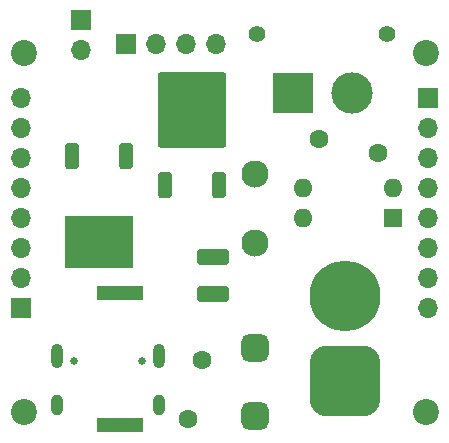
<source format=gbr>
%TF.GenerationSoftware,KiCad,Pcbnew,7.0.11*%
%TF.CreationDate,2025-01-20T01:28:44+09:00*%
%TF.ProjectId,PSU,5053552e-6b69-4636-9164-5f7063625858,rev?*%
%TF.SameCoordinates,Original*%
%TF.FileFunction,Soldermask,Bot*%
%TF.FilePolarity,Negative*%
%FSLAX46Y46*%
G04 Gerber Fmt 4.6, Leading zero omitted, Abs format (unit mm)*
G04 Created by KiCad (PCBNEW 7.0.11) date 2025-01-20 01:28:44*
%MOMM*%
%LPD*%
G01*
G04 APERTURE LIST*
G04 Aperture macros list*
%AMRoundRect*
0 Rectangle with rounded corners*
0 $1 Rounding radius*
0 $2 $3 $4 $5 $6 $7 $8 $9 X,Y pos of 4 corners*
0 Add a 4 corners polygon primitive as box body*
4,1,4,$2,$3,$4,$5,$6,$7,$8,$9,$2,$3,0*
0 Add four circle primitives for the rounded corners*
1,1,$1+$1,$2,$3*
1,1,$1+$1,$4,$5*
1,1,$1+$1,$6,$7*
1,1,$1+$1,$8,$9*
0 Add four rect primitives between the rounded corners*
20,1,$1+$1,$2,$3,$4,$5,0*
20,1,$1+$1,$4,$5,$6,$7,0*
20,1,$1+$1,$6,$7,$8,$9,0*
20,1,$1+$1,$8,$9,$2,$3,0*%
G04 Aperture macros list end*
%ADD10R,1.700000X1.700000*%
%ADD11O,1.700000X1.700000*%
%ADD12C,0.650000*%
%ADD13O,1.000000X2.100000*%
%ADD14O,1.000000X1.800000*%
%ADD15RoundRect,1.500000X1.500000X-1.500000X1.500000X1.500000X-1.500000X1.500000X-1.500000X-1.500000X0*%
%ADD16C,6.000000*%
%ADD17C,2.200000*%
%ADD18C,1.600000*%
%ADD19RoundRect,0.575000X0.575000X-0.575000X0.575000X0.575000X-0.575000X0.575000X-0.575000X-0.575000X0*%
%ADD20C,2.300000*%
%ADD21R,1.600000X1.600000*%
%ADD22O,1.600000X1.600000*%
%ADD23C,1.400000*%
%ADD24R,3.500000X3.500000*%
%ADD25C,3.500000*%
%ADD26RoundRect,0.250000X-0.350000X0.850000X-0.350000X-0.850000X0.350000X-0.850000X0.350000X0.850000X0*%
%ADD27RoundRect,0.192239X-2.707761X2.037761X-2.707761X-2.037761X2.707761X-2.037761X2.707761X2.037761X0*%
%ADD28RoundRect,0.250000X-1.100000X0.412500X-1.100000X-0.412500X1.100000X-0.412500X1.100000X0.412500X0*%
%ADD29R,4.000000X1.200000*%
%ADD30RoundRect,0.249997X2.650003X-2.950003X2.650003X2.950003X-2.650003X2.950003X-2.650003X-2.950003X0*%
%ADD31RoundRect,0.250000X0.350000X-0.850000X0.350000X0.850000X-0.350000X0.850000X-0.350000X-0.850000X0*%
G04 APERTURE END LIST*
D10*
%TO.C,J4*%
X144018000Y-86868000D03*
D11*
X146558000Y-86868000D03*
X149098000Y-86868000D03*
X151638000Y-86868000D03*
%TD*%
D12*
%TO.C,J1*%
X139606000Y-113727000D03*
X145386000Y-113727000D03*
D13*
X138176000Y-113227000D03*
D14*
X138176000Y-117407000D03*
D13*
X146816000Y-113227000D03*
D14*
X146816000Y-117407000D03*
%TD*%
D10*
%TO.C,J2*%
X135128000Y-109220000D03*
D11*
X135128000Y-106680000D03*
X135128000Y-104140000D03*
X135128000Y-101600000D03*
X135128000Y-99060000D03*
X135128000Y-96520000D03*
X135128000Y-93980000D03*
X135128000Y-91440000D03*
%TD*%
D15*
%TO.C,BT1*%
X162560000Y-115360000D03*
D16*
X162560000Y-108160000D03*
%TD*%
D17*
%TO.C,REF\u002A\u002A*%
X135340000Y-87630000D03*
%TD*%
D18*
%TO.C,RV2*%
X160354000Y-94904000D03*
X165354000Y-96104000D03*
%TD*%
D19*
%TO.C,F1*%
X154940000Y-118364000D03*
X154940000Y-112564000D03*
D20*
X154940000Y-103664000D03*
X154940000Y-97864000D03*
%TD*%
D21*
%TO.C,U3*%
X166614000Y-101605000D03*
D22*
X166614000Y-99065000D03*
X158994000Y-99065000D03*
X158994000Y-101605000D03*
%TD*%
D17*
%TO.C,REF\u002A\u002A*%
X169360000Y-87640000D03*
%TD*%
%TO.C,REF\u002A\u002A*%
X135350000Y-117990000D03*
%TD*%
D23*
%TO.C,J5*%
X155116000Y-85986000D03*
X166116000Y-85986000D03*
D24*
X158116000Y-90986000D03*
D25*
X163116000Y-90986000D03*
%TD*%
D10*
%TO.C,J3*%
X169570000Y-91440000D03*
D11*
X169570000Y-93980000D03*
X169570000Y-96520000D03*
X169570000Y-99060000D03*
X169570000Y-101600000D03*
X169570000Y-104140000D03*
X169570000Y-106680000D03*
X169570000Y-109220000D03*
%TD*%
D17*
%TO.C,REF\u002A\u002A*%
X169360000Y-118010000D03*
%TD*%
D18*
%TO.C,RV1*%
X150460000Y-113578000D03*
X149260000Y-118578000D03*
%TD*%
D10*
%TO.C,J6*%
X140208000Y-84836000D03*
D11*
X140208000Y-87376000D03*
%TD*%
D26*
%TO.C,U4*%
X144012000Y-96306000D03*
X139452000Y-96306000D03*
D27*
X141732000Y-103576000D03*
%TD*%
D28*
%TO.C,C10*%
X151384000Y-104863500D03*
X151384000Y-107988500D03*
%TD*%
D29*
%TO.C,BZ1*%
X143510000Y-107938000D03*
X143510000Y-119138000D03*
%TD*%
D30*
%TO.C,Q1*%
X149606000Y-92456000D03*
D31*
X151886000Y-98756000D03*
X147326000Y-98756000D03*
%TD*%
M02*

</source>
